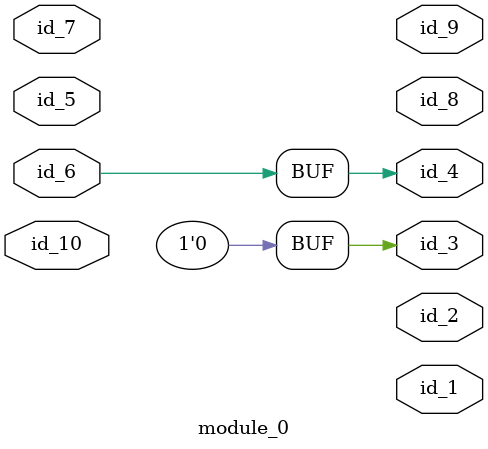
<source format=v>
module module_0 (
    id_1,
    id_2,
    id_3,
    id_4,
    id_5,
    id_6,
    id_7,
    id_8,
    id_9,
    id_10
);
  inout id_10;
  output id_9;
  output id_8;
  inout id_7;
  input id_6;
  input id_5;
  output id_4;
  output id_3;
  output id_2;
  output id_1;
  assign id_3 = 1'b0;
  assign id_4 = id_6;
endmodule

</source>
